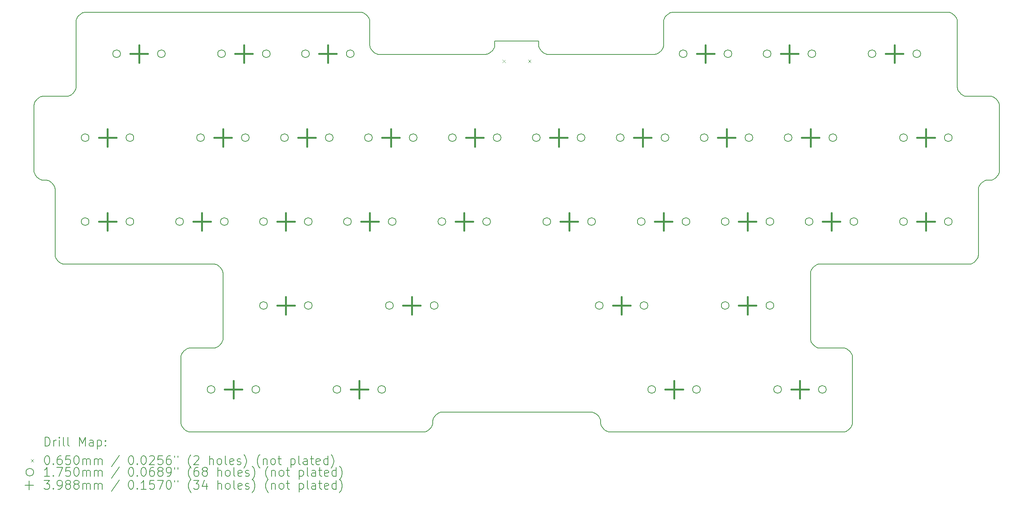
<source format=gbr>
%TF.GenerationSoftware,KiCad,Pcbnew,6.0.8-1.fc36*%
%TF.CreationDate,2022-10-15T08:34:22+02:00*%
%TF.ProjectId,klacker_small,6b6c6163-6b65-4725-9f73-6d616c6c2e6b,rev?*%
%TF.SameCoordinates,Original*%
%TF.FileFunction,Drillmap*%
%TF.FilePolarity,Positive*%
%FSLAX45Y45*%
G04 Gerber Fmt 4.5, Leading zero omitted, Abs format (unit mm)*
G04 Created by KiCad (PCBNEW 6.0.8-1.fc36) date 2022-10-15 08:34:22*
%MOMM*%
%LPD*%
G01*
G04 APERTURE LIST*
%ADD10C,0.200000*%
%ADD11C,0.065000*%
%ADD12C,0.175000*%
%ADD13C,0.398780*%
G04 APERTURE END LIST*
D10*
X19534057Y-9378335D02*
X19542091Y-9397414D01*
X19552650Y-9416702D01*
X19563998Y-9433749D01*
X19573635Y-9446327D01*
X2540615Y-7624893D02*
X2521536Y-7616859D01*
X2502248Y-7606300D01*
X2485201Y-7594952D01*
X2472623Y-7585315D01*
X20474240Y-9707438D02*
X20478154Y-9727205D01*
X20478750Y-9737700D01*
X1996373Y-5680315D02*
X1980268Y-5666260D01*
X1965218Y-5651121D01*
X1951407Y-5635115D01*
X1939021Y-5618461D01*
X1928242Y-5601374D01*
X1925039Y-5595621D01*
X23642762Y-5723190D02*
X23622995Y-5727104D01*
X23612500Y-5727700D01*
X6186740Y-9367962D02*
X6190654Y-9348195D01*
X6191250Y-9337700D01*
X2657500Y-3822700D02*
X2678284Y-3820481D01*
X2698135Y-3814893D01*
X9520490Y-2087438D02*
X9524404Y-2107205D01*
X9525000Y-2117700D01*
X14923115Y-11434893D02*
X14904035Y-11426859D01*
X14884748Y-11416300D01*
X14867701Y-11404952D01*
X14855123Y-11395315D01*
X1905000Y-4022700D02*
X1907219Y-4001916D01*
X1912807Y-3982065D01*
X5243260Y-11272962D02*
X5239346Y-11253195D01*
X5238750Y-11242700D01*
X14716365Y-11086573D02*
X14702310Y-11070468D01*
X14687171Y-11055418D01*
X14671165Y-11041607D01*
X14654511Y-11029221D01*
X14637424Y-11018442D01*
X14631671Y-11015239D01*
X5438750Y-11442700D02*
X10753750Y-11442700D01*
X16192500Y-2117700D02*
X16192500Y-2670200D01*
X5238750Y-9737700D02*
X5238750Y-11242700D01*
X14783789Y-11310621D02*
X14774980Y-11292194D01*
X14768260Y-11272962D01*
X23356289Y-5859779D02*
X23347480Y-5878205D01*
X23340760Y-5897438D01*
X6099877Y-9490315D02*
X6115982Y-9476260D01*
X6131032Y-9461121D01*
X6144843Y-9445116D01*
X6157229Y-9428461D01*
X6168008Y-9411374D01*
X6171211Y-9405621D01*
X6021512Y-7637210D02*
X6001745Y-7633296D01*
X5991250Y-7632700D01*
X20478750Y-11242700D02*
X20478750Y-9737700D01*
X11045123Y-11042585D02*
X11029018Y-11056640D01*
X11013968Y-11071779D01*
X11000157Y-11087784D01*
X10987771Y-11104439D01*
X10976992Y-11121526D01*
X10973789Y-11127279D01*
X23495615Y-5735507D02*
X23476535Y-5743540D01*
X23457248Y-5754099D01*
X23440201Y-5765448D01*
X23427623Y-5775085D01*
X23680421Y-5707661D02*
X23661994Y-5716470D01*
X23642762Y-5723190D01*
X22660000Y-1917700D02*
X16392500Y-1917700D01*
X19726250Y-7632700D02*
X19705466Y-7634919D01*
X19685615Y-7640507D01*
X20278750Y-9537700D02*
X19726250Y-9537700D01*
X16172461Y-2738121D02*
X16181270Y-2719695D01*
X16187990Y-2700462D01*
X6171211Y-9405621D02*
X6180020Y-9387195D01*
X6186740Y-9367962D01*
X1905000Y-4022700D02*
X1905000Y-5527700D01*
X2373443Y-5887065D02*
X2365409Y-5867985D01*
X2354850Y-5848698D01*
X2343502Y-5831651D01*
X2333865Y-5819073D01*
X3027238Y-1922210D02*
X3047005Y-1918296D01*
X3057500Y-1917700D01*
X14594012Y-10999710D02*
X14574245Y-10995796D01*
X14563750Y-10995200D01*
X19526250Y-9337700D02*
X19526250Y-7832700D01*
X2766127Y-3775315D02*
X2782232Y-3761260D01*
X2797282Y-3746121D01*
X2811093Y-3730115D01*
X2823479Y-3713461D01*
X2834258Y-3696374D01*
X2837461Y-3690621D01*
X1912807Y-3982065D02*
X1920840Y-3962985D01*
X1931399Y-3943698D01*
X1942748Y-3926651D01*
X1952385Y-3914073D01*
X23336250Y-7432700D02*
X23334031Y-7453484D01*
X23328443Y-7473335D01*
X23029738Y-3818190D02*
X23049505Y-3822104D01*
X23060000Y-3822700D01*
X23427623Y-5775085D02*
X23411518Y-5789139D01*
X23396468Y-5804279D01*
X23382657Y-5820284D01*
X23370271Y-5836939D01*
X23359492Y-5854026D01*
X23356289Y-5859779D01*
X10945943Y-11283335D02*
X10937909Y-11302414D01*
X10927350Y-11321701D01*
X10916002Y-11338749D01*
X10906365Y-11351327D01*
X19726250Y-7632700D02*
X23136250Y-7632700D01*
X9365635Y-1925507D02*
X9384714Y-1933540D01*
X9404002Y-1944099D01*
X9421049Y-1955448D01*
X9433627Y-1965085D01*
X12358750Y-2570200D02*
X12358750Y-2670200D01*
X5991250Y-9537700D02*
X6012034Y-9535481D01*
X6031885Y-9529893D01*
X23807990Y-3992438D02*
X23811904Y-4012205D01*
X23812500Y-4022700D01*
X16192500Y-2117700D02*
X16194719Y-2096916D01*
X16200307Y-2077065D01*
X2037079Y-3842739D02*
X2055505Y-3833930D01*
X2074738Y-3827210D01*
X14963750Y-11442700D02*
X14942966Y-11440481D01*
X14923115Y-11434893D01*
X13358750Y-2670200D02*
X13358750Y-2570200D01*
X22855490Y-2087438D02*
X22859404Y-2107205D01*
X22860000Y-2117700D01*
X22992079Y-3802661D02*
X23010505Y-3811470D01*
X23029738Y-3818190D01*
X23328443Y-7473335D02*
X23320409Y-7492414D01*
X23309850Y-7511701D01*
X23298502Y-7528749D01*
X23288865Y-7541327D01*
X16362238Y-1922210D02*
X16382005Y-1918296D01*
X16392500Y-1917700D01*
X5238750Y-9737700D02*
X5240969Y-9716916D01*
X5246557Y-9697065D01*
X2211512Y-5732210D02*
X2191745Y-5728296D01*
X2181250Y-5727700D01*
X22867807Y-3663335D02*
X22875840Y-3682414D01*
X22886399Y-3701701D01*
X22897748Y-3718749D01*
X22907385Y-3731327D01*
X23204171Y-7612661D02*
X23185744Y-7621470D01*
X23166512Y-7628190D01*
X11153750Y-10995200D02*
X14563750Y-10995200D01*
X22907385Y-3731327D02*
X22921439Y-3747432D01*
X22936579Y-3762482D01*
X22952584Y-3776293D01*
X22969239Y-3788679D01*
X22986326Y-3799458D01*
X22992079Y-3802661D01*
X9525000Y-2670200D02*
X9525000Y-2117700D01*
X10821671Y-11422661D02*
X10803245Y-11431470D01*
X10784012Y-11438190D01*
X2904885Y-2009073D02*
X2918939Y-1992968D01*
X2934079Y-1977918D01*
X2950084Y-1964107D01*
X2966739Y-1951721D01*
X2983826Y-1940942D01*
X2989579Y-1937739D01*
X23536250Y-5727700D02*
X23515466Y-5729919D01*
X23495615Y-5735507D01*
X5246557Y-9697065D02*
X5254591Y-9677986D01*
X5265150Y-9658698D01*
X5276498Y-9641651D01*
X5286135Y-9629073D01*
X2989579Y-1937739D02*
X3008005Y-1928930D01*
X3027238Y-1922210D01*
X20346671Y-11422661D02*
X20328245Y-11431470D01*
X20309012Y-11438190D01*
X20309012Y-11438190D02*
X20289245Y-11442104D01*
X20278750Y-11442700D01*
X23765115Y-5636327D02*
X23751060Y-5652432D01*
X23735921Y-5667482D01*
X23719915Y-5681293D01*
X23703261Y-5693679D01*
X23686174Y-5704458D01*
X23680421Y-5707661D01*
X19617623Y-7680085D02*
X19601518Y-7694139D01*
X19586468Y-7709279D01*
X19572657Y-7725284D01*
X19560271Y-7741939D01*
X19549492Y-7759026D01*
X19546289Y-7764779D01*
X23792461Y-3954779D02*
X23801270Y-3973205D01*
X23807990Y-3992438D01*
X2064365Y-5719893D02*
X2045285Y-5711859D01*
X2025998Y-5701300D01*
X2008951Y-5689952D01*
X1996373Y-5680315D01*
X5286135Y-9629073D02*
X5300190Y-9612968D01*
X5315329Y-9597918D01*
X5331334Y-9584107D01*
X5347989Y-9571721D01*
X5365076Y-9560942D01*
X5370829Y-9557739D01*
X2385760Y-7462962D02*
X2381846Y-7443195D01*
X2381250Y-7432700D01*
X9325000Y-1917700D02*
X3057500Y-1917700D01*
X16200307Y-2077065D02*
X16208340Y-2057985D01*
X16218899Y-2038698D01*
X16230248Y-2021651D01*
X16239885Y-2009073D01*
X14768260Y-11272962D02*
X14764346Y-11253195D01*
X14763750Y-11242700D01*
X20470943Y-11283335D02*
X20462909Y-11302414D01*
X20452350Y-11321701D01*
X20441002Y-11338749D01*
X20431365Y-11351327D01*
X14855123Y-11395315D02*
X14839018Y-11381260D01*
X14823968Y-11366121D01*
X14810157Y-11350115D01*
X14797771Y-11333461D01*
X14786992Y-11316374D01*
X14783789Y-11310621D01*
X16033135Y-2862393D02*
X16052214Y-2854359D01*
X16071501Y-2843800D01*
X16088549Y-2832452D01*
X16101127Y-2822815D01*
X12158750Y-2870200D02*
X12179534Y-2867981D01*
X12199385Y-2862393D01*
X10784012Y-11438190D02*
X10764245Y-11442104D01*
X10753750Y-11442700D01*
X20458711Y-9669779D02*
X20467520Y-9688205D01*
X20474240Y-9707438D01*
X10906365Y-11351327D02*
X10892310Y-11367432D01*
X10877171Y-11382482D01*
X10861166Y-11396293D01*
X10844511Y-11408679D01*
X10827424Y-11419458D01*
X10821671Y-11422661D01*
X14755943Y-11154565D02*
X14747909Y-11135486D01*
X14737350Y-11116198D01*
X14726002Y-11099151D01*
X14716365Y-11086573D01*
X23721127Y-3870085D02*
X23737232Y-3884139D01*
X23752282Y-3899279D01*
X23766093Y-3915284D01*
X23778479Y-3931939D01*
X23789258Y-3949026D01*
X23792461Y-3954779D01*
X19573635Y-9446327D02*
X19587690Y-9462432D01*
X19602829Y-9477482D01*
X19618834Y-9491293D01*
X19635489Y-9503679D01*
X19652576Y-9514458D01*
X19658329Y-9517661D01*
X9433627Y-1965085D02*
X9449732Y-1979139D01*
X9464782Y-1994279D01*
X9478593Y-2010284D01*
X9490979Y-2026939D01*
X9501758Y-2044026D01*
X9504961Y-2049779D01*
X23653135Y-3830507D02*
X23672214Y-3838540D01*
X23691501Y-3849099D01*
X23708549Y-3860448D01*
X23721127Y-3870085D01*
X5398115Y-11434893D02*
X5379036Y-11426859D01*
X5359748Y-11416300D01*
X5342701Y-11404952D01*
X5330123Y-11395315D01*
X2472623Y-7585315D02*
X2456518Y-7571260D01*
X2441468Y-7556121D01*
X2427657Y-7540115D01*
X2415271Y-7523461D01*
X2404492Y-7506374D01*
X2401289Y-7500621D01*
X9532807Y-2710835D02*
X9540841Y-2729914D01*
X9551400Y-2749202D01*
X9562748Y-2766249D01*
X9572385Y-2778827D01*
X23536250Y-5727700D02*
X23612500Y-5727700D01*
X6191250Y-7832700D02*
X6189031Y-7811916D01*
X6183443Y-7792065D01*
X5330123Y-11395315D02*
X5314018Y-11381260D01*
X5298968Y-11366121D01*
X5285157Y-11350115D01*
X5272771Y-11333461D01*
X5261992Y-11316374D01*
X5258789Y-11310621D01*
X10953750Y-11242700D02*
X10951531Y-11263484D01*
X10945943Y-11283335D01*
X23612500Y-3822700D02*
X23060000Y-3822700D01*
X2857500Y-2117700D02*
X2857500Y-3622700D01*
X23340760Y-5897438D02*
X23336846Y-5917205D01*
X23336250Y-5927700D01*
X15992500Y-2870200D02*
X16013284Y-2867981D01*
X16033135Y-2862393D01*
X16324579Y-1937739D02*
X16343005Y-1928930D01*
X16362238Y-1922210D01*
X6183443Y-7792065D02*
X6175409Y-7772985D01*
X6164850Y-7753698D01*
X6153502Y-7736651D01*
X6143865Y-7724073D01*
X10953750Y-11242700D02*
X10953750Y-11195200D01*
X6191250Y-7832700D02*
X6191250Y-9337700D01*
X10973789Y-11127279D02*
X10964980Y-11145705D01*
X10958260Y-11164938D01*
X1952385Y-3914073D02*
X1966439Y-3897968D01*
X1981579Y-3882918D01*
X1997584Y-3869107D01*
X2014239Y-3856721D01*
X2031326Y-3845942D01*
X2037079Y-3842739D01*
X13406135Y-2778827D02*
X13420189Y-2794932D01*
X13435329Y-2809982D01*
X13451334Y-2823793D01*
X13467989Y-2836179D01*
X13485076Y-2846958D01*
X13490829Y-2850161D01*
X2381250Y-5927700D02*
X2381250Y-7432700D01*
X23804693Y-5568335D02*
X23796659Y-5587414D01*
X23786100Y-5606701D01*
X23774752Y-5623749D01*
X23765115Y-5636327D01*
X20278750Y-9537700D02*
X20299534Y-9539919D01*
X20319385Y-9545507D01*
X11113115Y-11003007D02*
X11094036Y-11011041D01*
X11074748Y-11021600D01*
X11057701Y-11032948D01*
X11045123Y-11042585D01*
X23336250Y-7432700D02*
X23336250Y-5927700D01*
X2333865Y-5819073D02*
X2319810Y-5802968D01*
X2304671Y-5787918D01*
X2288666Y-5774107D01*
X2272011Y-5761721D01*
X2254924Y-5750942D01*
X2249171Y-5747739D01*
X5370829Y-9557739D02*
X5389255Y-9548930D01*
X5408488Y-9542210D01*
X19530760Y-7802438D02*
X19526846Y-7822205D01*
X19526250Y-7832700D01*
X19526250Y-9337700D02*
X19528469Y-9358484D01*
X19534057Y-9378335D01*
X19658329Y-9517661D02*
X19676755Y-9526470D01*
X19695988Y-9533190D01*
X5408488Y-9542210D02*
X5428255Y-9538296D01*
X5438750Y-9537700D01*
X2657500Y-3822700D02*
X2105000Y-3822700D01*
X1925039Y-5595621D02*
X1916230Y-5577195D01*
X1909510Y-5557962D01*
X11153750Y-10995200D02*
X11132966Y-10997419D01*
X11113115Y-11003007D01*
X5438750Y-11442700D02*
X5417966Y-11440481D01*
X5398115Y-11434893D01*
X2381250Y-5927700D02*
X2379031Y-5906916D01*
X2373443Y-5887065D01*
X23166512Y-7628190D02*
X23146745Y-7632104D01*
X23136250Y-7632700D01*
X6143865Y-7724073D02*
X6129810Y-7707968D01*
X6114671Y-7692918D01*
X6098665Y-7679107D01*
X6082011Y-7666721D01*
X6064924Y-7655942D01*
X6059171Y-7652739D01*
X13358750Y-2570200D02*
X12358750Y-2570200D01*
X2105000Y-5727700D02*
X2084216Y-5725481D01*
X2064365Y-5719893D01*
X22768627Y-1965085D02*
X22784732Y-1979139D01*
X22799782Y-1994279D01*
X22813593Y-2010284D01*
X22825979Y-2026939D01*
X22836758Y-2044026D01*
X22839961Y-2049779D01*
X19685615Y-7640507D02*
X19666536Y-7648540D01*
X19647248Y-7659099D01*
X19630201Y-7670448D01*
X19617623Y-7680085D01*
X2074738Y-3827210D02*
X2094505Y-3823296D01*
X2105000Y-3822700D01*
X19695988Y-9533190D02*
X19715755Y-9537104D01*
X19726250Y-9537700D01*
X20319385Y-9545507D02*
X20338464Y-9553541D01*
X20357752Y-9564100D01*
X20374799Y-9575448D01*
X20387377Y-9585085D01*
X13528488Y-2865690D02*
X13548255Y-2869604D01*
X13558750Y-2870200D01*
X9657079Y-2850161D02*
X9675505Y-2858970D01*
X9694738Y-2865690D01*
X2698135Y-3814893D02*
X2717214Y-3806859D01*
X2736502Y-3796300D01*
X2753549Y-3784952D01*
X2766127Y-3775315D01*
X12199385Y-2862393D02*
X12218464Y-2854359D01*
X12237751Y-2843800D01*
X12254799Y-2832452D01*
X12267377Y-2822815D01*
X9694738Y-2865690D02*
X9714505Y-2869604D01*
X9725000Y-2870200D01*
X23812500Y-5527700D02*
X23810281Y-5548484D01*
X23804693Y-5568335D01*
X22700635Y-1925507D02*
X22719714Y-1933540D01*
X22739001Y-1944099D01*
X22756049Y-1955448D01*
X22768627Y-1965085D01*
X13490829Y-2850161D02*
X13509255Y-2858970D01*
X13528488Y-2865690D01*
X2857500Y-2117700D02*
X2859719Y-2096916D01*
X2865307Y-2077065D01*
X23288865Y-7541327D02*
X23274810Y-7557432D01*
X23259671Y-7572482D01*
X23243665Y-7586293D01*
X23227011Y-7598679D01*
X23209924Y-7609458D01*
X23204171Y-7612661D01*
X2865307Y-2077065D02*
X2873340Y-2057985D01*
X2883899Y-2038698D01*
X2895248Y-2021651D01*
X2904885Y-2009073D01*
X1909510Y-5557962D02*
X1905596Y-5538195D01*
X1905000Y-5527700D01*
X15992500Y-2870200D02*
X13558750Y-2870200D01*
X9525000Y-2670200D02*
X9527219Y-2690984D01*
X9532807Y-2710835D01*
X2249171Y-5747739D02*
X2230745Y-5738930D01*
X2211512Y-5732210D01*
X2852990Y-3652962D02*
X2856904Y-3633195D01*
X2857500Y-3622700D01*
X22860000Y-3622700D02*
X22860000Y-2117700D01*
X14763750Y-11195200D02*
X14761531Y-11174416D01*
X14755943Y-11154565D01*
X23812500Y-5527700D02*
X23812500Y-4022700D01*
X14631671Y-11015239D02*
X14613244Y-11006430D01*
X14594012Y-10999710D01*
X14963750Y-11442700D02*
X20278750Y-11442700D01*
X5258789Y-11310621D02*
X5249980Y-11292194D01*
X5243260Y-11272962D01*
X2837461Y-3690621D02*
X2846270Y-3672194D01*
X2852990Y-3652962D01*
X16101127Y-2822815D02*
X16117232Y-2808760D01*
X16132282Y-2793621D01*
X16146093Y-2777616D01*
X16158479Y-2760961D01*
X16169258Y-2743874D01*
X16172461Y-2738121D01*
X6031885Y-9529893D02*
X6050964Y-9521859D01*
X6070251Y-9511300D01*
X6087299Y-9499952D01*
X6099877Y-9490315D01*
X2105000Y-5727700D02*
X2181250Y-5727700D01*
X13366557Y-2710835D02*
X13374590Y-2729914D01*
X13385149Y-2749202D01*
X13396498Y-2766249D01*
X13406135Y-2778827D01*
X20387377Y-9585085D02*
X20403482Y-9599140D01*
X20418532Y-9614279D01*
X20432343Y-9630284D01*
X20444729Y-9646939D01*
X20455508Y-9664026D01*
X20458711Y-9669779D01*
X2581250Y-7632700D02*
X2560466Y-7630481D01*
X2540615Y-7624893D01*
X12158750Y-2870200D02*
X9725000Y-2870200D01*
X9325000Y-1917700D02*
X9345784Y-1919919D01*
X9365635Y-1925507D01*
X10958260Y-11164938D02*
X10954346Y-11184705D01*
X10953750Y-11195200D01*
X5991250Y-9537700D02*
X5438750Y-9537700D01*
X9504961Y-2049779D02*
X9513770Y-2068205D01*
X9520490Y-2087438D01*
X14763750Y-11195200D02*
X14763750Y-11242700D01*
X16239885Y-2009073D02*
X16253939Y-1992968D01*
X16269079Y-1977918D01*
X16285084Y-1964107D01*
X16301739Y-1951721D01*
X16318826Y-1940942D01*
X16324579Y-1937739D01*
X12338711Y-2738121D02*
X12347520Y-2719695D01*
X12354240Y-2700462D01*
X9572385Y-2778827D02*
X9586440Y-2794932D01*
X9601579Y-2809982D01*
X9617584Y-2823793D01*
X9634239Y-2836179D01*
X9651326Y-2846958D01*
X9657079Y-2850161D01*
X19546289Y-7764779D02*
X19537480Y-7783205D01*
X19530760Y-7802438D01*
X13358750Y-2670200D02*
X13360969Y-2690984D01*
X13366557Y-2710835D01*
X2401289Y-7500621D02*
X2392480Y-7482194D01*
X2385760Y-7462962D01*
X22860000Y-3622700D02*
X22862219Y-3643484D01*
X22867807Y-3663335D01*
X20478750Y-11242700D02*
X20476531Y-11263484D01*
X20470943Y-11283335D01*
X16187990Y-2700462D02*
X16191904Y-2680695D01*
X16192500Y-2670200D01*
X20431365Y-11351327D02*
X20417310Y-11367432D01*
X20402171Y-11382482D01*
X20386166Y-11396293D01*
X20369511Y-11408679D01*
X20352424Y-11419458D01*
X20346671Y-11422661D01*
X22839961Y-2049779D02*
X22848770Y-2068205D01*
X22855490Y-2087438D01*
X12267377Y-2822815D02*
X12283482Y-2808760D01*
X12298532Y-2793621D01*
X12312343Y-2777616D01*
X12324729Y-2760961D01*
X12335508Y-2743874D01*
X12338711Y-2738121D01*
X22660000Y-1917700D02*
X22680784Y-1919919D01*
X22700635Y-1925507D01*
X2581250Y-7632700D02*
X5991250Y-7632700D01*
X12354240Y-2700462D02*
X12358154Y-2680695D01*
X12358750Y-2670200D01*
X23612500Y-3822700D02*
X23633284Y-3824919D01*
X23653135Y-3830507D01*
X6059171Y-7652739D02*
X6040744Y-7643930D01*
X6021512Y-7637210D01*
D11*
X12539500Y-2994250D02*
X12604500Y-3059250D01*
X12604500Y-2994250D02*
X12539500Y-3059250D01*
X13117500Y-2994250D02*
X13182500Y-3059250D01*
X13182500Y-2994250D02*
X13117500Y-3059250D01*
D12*
X3151375Y-4762500D02*
G75*
G03*
X3151375Y-4762500I-87500J0D01*
G01*
X3151375Y-6667500D02*
G75*
G03*
X3151375Y-6667500I-87500J0D01*
G01*
X3865750Y-2857500D02*
G75*
G03*
X3865750Y-2857500I-87500J0D01*
G01*
X4167375Y-4762500D02*
G75*
G03*
X4167375Y-4762500I-87500J0D01*
G01*
X4167375Y-6667500D02*
G75*
G03*
X4167375Y-6667500I-87500J0D01*
G01*
X4881750Y-2857500D02*
G75*
G03*
X4881750Y-2857500I-87500J0D01*
G01*
X5294500Y-6667500D02*
G75*
G03*
X5294500Y-6667500I-87500J0D01*
G01*
X5770750Y-4762500D02*
G75*
G03*
X5770750Y-4762500I-87500J0D01*
G01*
X6008900Y-10477500D02*
G75*
G03*
X6008900Y-10477500I-87500J0D01*
G01*
X6247000Y-2857500D02*
G75*
G03*
X6247000Y-2857500I-87500J0D01*
G01*
X6310500Y-6667500D02*
G75*
G03*
X6310500Y-6667500I-87500J0D01*
G01*
X6786750Y-4762500D02*
G75*
G03*
X6786750Y-4762500I-87500J0D01*
G01*
X7024900Y-10477500D02*
G75*
G03*
X7024900Y-10477500I-87500J0D01*
G01*
X7199500Y-6667500D02*
G75*
G03*
X7199500Y-6667500I-87500J0D01*
G01*
X7199500Y-8572500D02*
G75*
G03*
X7199500Y-8572500I-87500J0D01*
G01*
X7263000Y-2857500D02*
G75*
G03*
X7263000Y-2857500I-87500J0D01*
G01*
X7675750Y-4762500D02*
G75*
G03*
X7675750Y-4762500I-87500J0D01*
G01*
X8152000Y-2857500D02*
G75*
G03*
X8152000Y-2857500I-87500J0D01*
G01*
X8215500Y-6667500D02*
G75*
G03*
X8215500Y-6667500I-87500J0D01*
G01*
X8215500Y-8572500D02*
G75*
G03*
X8215500Y-8572500I-87500J0D01*
G01*
X8691750Y-4762500D02*
G75*
G03*
X8691750Y-4762500I-87500J0D01*
G01*
X8866400Y-10477500D02*
G75*
G03*
X8866400Y-10477500I-87500J0D01*
G01*
X9104500Y-6667500D02*
G75*
G03*
X9104500Y-6667500I-87500J0D01*
G01*
X9168000Y-2857500D02*
G75*
G03*
X9168000Y-2857500I-87500J0D01*
G01*
X9580750Y-4762500D02*
G75*
G03*
X9580750Y-4762500I-87500J0D01*
G01*
X9882400Y-10477500D02*
G75*
G03*
X9882400Y-10477500I-87500J0D01*
G01*
X10057000Y-8572500D02*
G75*
G03*
X10057000Y-8572500I-87500J0D01*
G01*
X10120500Y-6667500D02*
G75*
G03*
X10120500Y-6667500I-87500J0D01*
G01*
X10596750Y-4762500D02*
G75*
G03*
X10596750Y-4762500I-87500J0D01*
G01*
X11073000Y-8572500D02*
G75*
G03*
X11073000Y-8572500I-87500J0D01*
G01*
X11247625Y-6667500D02*
G75*
G03*
X11247625Y-6667500I-87500J0D01*
G01*
X11485750Y-4762500D02*
G75*
G03*
X11485750Y-4762500I-87500J0D01*
G01*
X12263625Y-6667500D02*
G75*
G03*
X12263625Y-6667500I-87500J0D01*
G01*
X12501750Y-4762500D02*
G75*
G03*
X12501750Y-4762500I-87500J0D01*
G01*
X13390750Y-4762500D02*
G75*
G03*
X13390750Y-4762500I-87500J0D01*
G01*
X13628875Y-6667500D02*
G75*
G03*
X13628875Y-6667500I-87500J0D01*
G01*
X14406750Y-4762500D02*
G75*
G03*
X14406750Y-4762500I-87500J0D01*
G01*
X14644875Y-6667500D02*
G75*
G03*
X14644875Y-6667500I-87500J0D01*
G01*
X14819500Y-8572500D02*
G75*
G03*
X14819500Y-8572500I-87500J0D01*
G01*
X15295750Y-4762500D02*
G75*
G03*
X15295750Y-4762500I-87500J0D01*
G01*
X15772000Y-6667500D02*
G75*
G03*
X15772000Y-6667500I-87500J0D01*
G01*
X15835500Y-8572500D02*
G75*
G03*
X15835500Y-8572500I-87500J0D01*
G01*
X16010100Y-10477500D02*
G75*
G03*
X16010100Y-10477500I-87500J0D01*
G01*
X16311750Y-4762500D02*
G75*
G03*
X16311750Y-4762500I-87500J0D01*
G01*
X16724500Y-2857500D02*
G75*
G03*
X16724500Y-2857500I-87500J0D01*
G01*
X16788000Y-6667500D02*
G75*
G03*
X16788000Y-6667500I-87500J0D01*
G01*
X17026100Y-10477500D02*
G75*
G03*
X17026100Y-10477500I-87500J0D01*
G01*
X17200750Y-4762500D02*
G75*
G03*
X17200750Y-4762500I-87500J0D01*
G01*
X17677000Y-6667500D02*
G75*
G03*
X17677000Y-6667500I-87500J0D01*
G01*
X17677000Y-8572500D02*
G75*
G03*
X17677000Y-8572500I-87500J0D01*
G01*
X17740500Y-2857500D02*
G75*
G03*
X17740500Y-2857500I-87500J0D01*
G01*
X18216750Y-4762500D02*
G75*
G03*
X18216750Y-4762500I-87500J0D01*
G01*
X18629500Y-2857500D02*
G75*
G03*
X18629500Y-2857500I-87500J0D01*
G01*
X18693000Y-6667500D02*
G75*
G03*
X18693000Y-6667500I-87500J0D01*
G01*
X18693000Y-8572500D02*
G75*
G03*
X18693000Y-8572500I-87500J0D01*
G01*
X18867600Y-10477500D02*
G75*
G03*
X18867600Y-10477500I-87500J0D01*
G01*
X19105750Y-4762500D02*
G75*
G03*
X19105750Y-4762500I-87500J0D01*
G01*
X19582000Y-6667500D02*
G75*
G03*
X19582000Y-6667500I-87500J0D01*
G01*
X19645500Y-2857500D02*
G75*
G03*
X19645500Y-2857500I-87500J0D01*
G01*
X19883600Y-10477500D02*
G75*
G03*
X19883600Y-10477500I-87500J0D01*
G01*
X20121750Y-4762500D02*
G75*
G03*
X20121750Y-4762500I-87500J0D01*
G01*
X20598000Y-6667500D02*
G75*
G03*
X20598000Y-6667500I-87500J0D01*
G01*
X21010750Y-2857500D02*
G75*
G03*
X21010750Y-2857500I-87500J0D01*
G01*
X21725125Y-4762500D02*
G75*
G03*
X21725125Y-4762500I-87500J0D01*
G01*
X21725125Y-6667500D02*
G75*
G03*
X21725125Y-6667500I-87500J0D01*
G01*
X22026750Y-2857500D02*
G75*
G03*
X22026750Y-2857500I-87500J0D01*
G01*
X22741125Y-4762500D02*
G75*
G03*
X22741125Y-4762500I-87500J0D01*
G01*
X22741125Y-6667500D02*
G75*
G03*
X22741125Y-6667500I-87500J0D01*
G01*
D13*
X3571875Y-4563110D02*
X3571875Y-4961890D01*
X3372485Y-4762500D02*
X3771265Y-4762500D01*
X3571875Y-6468110D02*
X3571875Y-6866890D01*
X3372485Y-6667500D02*
X3771265Y-6667500D01*
X4286250Y-2658110D02*
X4286250Y-3056890D01*
X4086860Y-2857500D02*
X4485640Y-2857500D01*
X5715000Y-6468110D02*
X5715000Y-6866890D01*
X5515610Y-6667500D02*
X5914390Y-6667500D01*
X6191250Y-4563110D02*
X6191250Y-4961890D01*
X5991860Y-4762500D02*
X6390640Y-4762500D01*
X6429400Y-10278110D02*
X6429400Y-10676890D01*
X6230010Y-10477500D02*
X6628790Y-10477500D01*
X6667500Y-2658110D02*
X6667500Y-3056890D01*
X6468110Y-2857500D02*
X6866890Y-2857500D01*
X7620000Y-6468110D02*
X7620000Y-6866890D01*
X7420610Y-6667500D02*
X7819390Y-6667500D01*
X7620000Y-8373110D02*
X7620000Y-8771890D01*
X7420610Y-8572500D02*
X7819390Y-8572500D01*
X8096250Y-4563110D02*
X8096250Y-4961890D01*
X7896860Y-4762500D02*
X8295640Y-4762500D01*
X8572500Y-2658110D02*
X8572500Y-3056890D01*
X8373110Y-2857500D02*
X8771890Y-2857500D01*
X9286900Y-10278110D02*
X9286900Y-10676890D01*
X9087510Y-10477500D02*
X9486290Y-10477500D01*
X9525000Y-6468110D02*
X9525000Y-6866890D01*
X9325610Y-6667500D02*
X9724390Y-6667500D01*
X10001250Y-4563110D02*
X10001250Y-4961890D01*
X9801860Y-4762500D02*
X10200640Y-4762500D01*
X10477500Y-8373110D02*
X10477500Y-8771890D01*
X10278110Y-8572500D02*
X10676890Y-8572500D01*
X11668125Y-6468110D02*
X11668125Y-6866890D01*
X11468735Y-6667500D02*
X11867515Y-6667500D01*
X11906250Y-4563110D02*
X11906250Y-4961890D01*
X11706860Y-4762500D02*
X12105640Y-4762500D01*
X13811250Y-4563110D02*
X13811250Y-4961890D01*
X13611860Y-4762500D02*
X14010640Y-4762500D01*
X14049375Y-6468110D02*
X14049375Y-6866890D01*
X13849985Y-6667500D02*
X14248765Y-6667500D01*
X15240000Y-8373110D02*
X15240000Y-8771890D01*
X15040610Y-8572500D02*
X15439390Y-8572500D01*
X15716250Y-4563110D02*
X15716250Y-4961890D01*
X15516860Y-4762500D02*
X15915640Y-4762500D01*
X16192500Y-6468110D02*
X16192500Y-6866890D01*
X15993110Y-6667500D02*
X16391890Y-6667500D01*
X16430600Y-10278110D02*
X16430600Y-10676890D01*
X16231210Y-10477500D02*
X16629990Y-10477500D01*
X17145000Y-2658110D02*
X17145000Y-3056890D01*
X16945610Y-2857500D02*
X17344390Y-2857500D01*
X17621250Y-4563110D02*
X17621250Y-4961890D01*
X17421860Y-4762500D02*
X17820640Y-4762500D01*
X18097500Y-6468110D02*
X18097500Y-6866890D01*
X17898110Y-6667500D02*
X18296890Y-6667500D01*
X18097500Y-8373110D02*
X18097500Y-8771890D01*
X17898110Y-8572500D02*
X18296890Y-8572500D01*
X19050000Y-2658110D02*
X19050000Y-3056890D01*
X18850610Y-2857500D02*
X19249390Y-2857500D01*
X19288100Y-10278110D02*
X19288100Y-10676890D01*
X19088710Y-10477500D02*
X19487490Y-10477500D01*
X19526250Y-4563110D02*
X19526250Y-4961890D01*
X19326860Y-4762500D02*
X19725640Y-4762500D01*
X20002500Y-6468110D02*
X20002500Y-6866890D01*
X19803110Y-6667500D02*
X20201890Y-6667500D01*
X21431250Y-2658110D02*
X21431250Y-3056890D01*
X21231860Y-2857500D02*
X21630640Y-2857500D01*
X22145625Y-4563110D02*
X22145625Y-4961890D01*
X21946235Y-4762500D02*
X22345015Y-4762500D01*
X22145625Y-6468110D02*
X22145625Y-6866890D01*
X21946235Y-6667500D02*
X22345015Y-6667500D01*
D10*
X2152619Y-11763176D02*
X2152619Y-11563176D01*
X2200238Y-11563176D01*
X2228810Y-11572700D01*
X2247857Y-11591748D01*
X2257381Y-11610795D01*
X2266905Y-11648890D01*
X2266905Y-11677462D01*
X2257381Y-11715557D01*
X2247857Y-11734605D01*
X2228810Y-11753652D01*
X2200238Y-11763176D01*
X2152619Y-11763176D01*
X2352619Y-11763176D02*
X2352619Y-11629843D01*
X2352619Y-11667938D02*
X2362143Y-11648890D01*
X2371667Y-11639367D01*
X2390714Y-11629843D01*
X2409762Y-11629843D01*
X2476429Y-11763176D02*
X2476429Y-11629843D01*
X2476429Y-11563176D02*
X2466905Y-11572700D01*
X2476429Y-11582224D01*
X2485952Y-11572700D01*
X2476429Y-11563176D01*
X2476429Y-11582224D01*
X2600238Y-11763176D02*
X2581190Y-11753652D01*
X2571667Y-11734605D01*
X2571667Y-11563176D01*
X2705000Y-11763176D02*
X2685952Y-11753652D01*
X2676429Y-11734605D01*
X2676429Y-11563176D01*
X2933571Y-11763176D02*
X2933571Y-11563176D01*
X3000238Y-11706033D01*
X3066905Y-11563176D01*
X3066905Y-11763176D01*
X3247857Y-11763176D02*
X3247857Y-11658414D01*
X3238333Y-11639367D01*
X3219286Y-11629843D01*
X3181190Y-11629843D01*
X3162143Y-11639367D01*
X3247857Y-11753652D02*
X3228809Y-11763176D01*
X3181190Y-11763176D01*
X3162143Y-11753652D01*
X3152619Y-11734605D01*
X3152619Y-11715557D01*
X3162143Y-11696509D01*
X3181190Y-11686986D01*
X3228809Y-11686986D01*
X3247857Y-11677462D01*
X3343095Y-11629843D02*
X3343095Y-11829843D01*
X3343095Y-11639367D02*
X3362143Y-11629843D01*
X3400238Y-11629843D01*
X3419286Y-11639367D01*
X3428809Y-11648890D01*
X3438333Y-11667938D01*
X3438333Y-11725081D01*
X3428809Y-11744128D01*
X3419286Y-11753652D01*
X3400238Y-11763176D01*
X3362143Y-11763176D01*
X3343095Y-11753652D01*
X3524048Y-11744128D02*
X3533571Y-11753652D01*
X3524048Y-11763176D01*
X3514524Y-11753652D01*
X3524048Y-11744128D01*
X3524048Y-11763176D01*
X3524048Y-11639367D02*
X3533571Y-11648890D01*
X3524048Y-11658414D01*
X3514524Y-11648890D01*
X3524048Y-11639367D01*
X3524048Y-11658414D01*
D11*
X1830000Y-12060200D02*
X1895000Y-12125200D01*
X1895000Y-12060200D02*
X1830000Y-12125200D01*
D10*
X2190714Y-11983176D02*
X2209762Y-11983176D01*
X2228810Y-11992700D01*
X2238333Y-12002224D01*
X2247857Y-12021271D01*
X2257381Y-12059367D01*
X2257381Y-12106986D01*
X2247857Y-12145081D01*
X2238333Y-12164128D01*
X2228810Y-12173652D01*
X2209762Y-12183176D01*
X2190714Y-12183176D01*
X2171667Y-12173652D01*
X2162143Y-12164128D01*
X2152619Y-12145081D01*
X2143095Y-12106986D01*
X2143095Y-12059367D01*
X2152619Y-12021271D01*
X2162143Y-12002224D01*
X2171667Y-11992700D01*
X2190714Y-11983176D01*
X2343095Y-12164128D02*
X2352619Y-12173652D01*
X2343095Y-12183176D01*
X2333571Y-12173652D01*
X2343095Y-12164128D01*
X2343095Y-12183176D01*
X2524048Y-11983176D02*
X2485952Y-11983176D01*
X2466905Y-11992700D01*
X2457381Y-12002224D01*
X2438333Y-12030795D01*
X2428810Y-12068890D01*
X2428810Y-12145081D01*
X2438333Y-12164128D01*
X2447857Y-12173652D01*
X2466905Y-12183176D01*
X2505000Y-12183176D01*
X2524048Y-12173652D01*
X2533571Y-12164128D01*
X2543095Y-12145081D01*
X2543095Y-12097462D01*
X2533571Y-12078414D01*
X2524048Y-12068890D01*
X2505000Y-12059367D01*
X2466905Y-12059367D01*
X2447857Y-12068890D01*
X2438333Y-12078414D01*
X2428810Y-12097462D01*
X2724048Y-11983176D02*
X2628810Y-11983176D01*
X2619286Y-12078414D01*
X2628810Y-12068890D01*
X2647857Y-12059367D01*
X2695476Y-12059367D01*
X2714524Y-12068890D01*
X2724048Y-12078414D01*
X2733571Y-12097462D01*
X2733571Y-12145081D01*
X2724048Y-12164128D01*
X2714524Y-12173652D01*
X2695476Y-12183176D01*
X2647857Y-12183176D01*
X2628810Y-12173652D01*
X2619286Y-12164128D01*
X2857381Y-11983176D02*
X2876428Y-11983176D01*
X2895476Y-11992700D01*
X2905000Y-12002224D01*
X2914524Y-12021271D01*
X2924048Y-12059367D01*
X2924048Y-12106986D01*
X2914524Y-12145081D01*
X2905000Y-12164128D01*
X2895476Y-12173652D01*
X2876428Y-12183176D01*
X2857381Y-12183176D01*
X2838333Y-12173652D01*
X2828809Y-12164128D01*
X2819286Y-12145081D01*
X2809762Y-12106986D01*
X2809762Y-12059367D01*
X2819286Y-12021271D01*
X2828809Y-12002224D01*
X2838333Y-11992700D01*
X2857381Y-11983176D01*
X3009762Y-12183176D02*
X3009762Y-12049843D01*
X3009762Y-12068890D02*
X3019286Y-12059367D01*
X3038333Y-12049843D01*
X3066905Y-12049843D01*
X3085952Y-12059367D01*
X3095476Y-12078414D01*
X3095476Y-12183176D01*
X3095476Y-12078414D02*
X3105000Y-12059367D01*
X3124048Y-12049843D01*
X3152619Y-12049843D01*
X3171667Y-12059367D01*
X3181190Y-12078414D01*
X3181190Y-12183176D01*
X3276428Y-12183176D02*
X3276428Y-12049843D01*
X3276428Y-12068890D02*
X3285952Y-12059367D01*
X3305000Y-12049843D01*
X3333571Y-12049843D01*
X3352619Y-12059367D01*
X3362143Y-12078414D01*
X3362143Y-12183176D01*
X3362143Y-12078414D02*
X3371667Y-12059367D01*
X3390714Y-12049843D01*
X3419286Y-12049843D01*
X3438333Y-12059367D01*
X3447857Y-12078414D01*
X3447857Y-12183176D01*
X3838333Y-11973652D02*
X3666905Y-12230795D01*
X4095476Y-11983176D02*
X4114524Y-11983176D01*
X4133571Y-11992700D01*
X4143095Y-12002224D01*
X4152619Y-12021271D01*
X4162143Y-12059367D01*
X4162143Y-12106986D01*
X4152619Y-12145081D01*
X4143095Y-12164128D01*
X4133571Y-12173652D01*
X4114524Y-12183176D01*
X4095476Y-12183176D01*
X4076428Y-12173652D01*
X4066905Y-12164128D01*
X4057381Y-12145081D01*
X4047857Y-12106986D01*
X4047857Y-12059367D01*
X4057381Y-12021271D01*
X4066905Y-12002224D01*
X4076428Y-11992700D01*
X4095476Y-11983176D01*
X4247857Y-12164128D02*
X4257381Y-12173652D01*
X4247857Y-12183176D01*
X4238333Y-12173652D01*
X4247857Y-12164128D01*
X4247857Y-12183176D01*
X4381190Y-11983176D02*
X4400238Y-11983176D01*
X4419286Y-11992700D01*
X4428810Y-12002224D01*
X4438333Y-12021271D01*
X4447857Y-12059367D01*
X4447857Y-12106986D01*
X4438333Y-12145081D01*
X4428810Y-12164128D01*
X4419286Y-12173652D01*
X4400238Y-12183176D01*
X4381190Y-12183176D01*
X4362143Y-12173652D01*
X4352619Y-12164128D01*
X4343095Y-12145081D01*
X4333571Y-12106986D01*
X4333571Y-12059367D01*
X4343095Y-12021271D01*
X4352619Y-12002224D01*
X4362143Y-11992700D01*
X4381190Y-11983176D01*
X4524048Y-12002224D02*
X4533571Y-11992700D01*
X4552619Y-11983176D01*
X4600238Y-11983176D01*
X4619286Y-11992700D01*
X4628810Y-12002224D01*
X4638333Y-12021271D01*
X4638333Y-12040319D01*
X4628810Y-12068890D01*
X4514524Y-12183176D01*
X4638333Y-12183176D01*
X4819286Y-11983176D02*
X4724048Y-11983176D01*
X4714524Y-12078414D01*
X4724048Y-12068890D01*
X4743095Y-12059367D01*
X4790714Y-12059367D01*
X4809762Y-12068890D01*
X4819286Y-12078414D01*
X4828810Y-12097462D01*
X4828810Y-12145081D01*
X4819286Y-12164128D01*
X4809762Y-12173652D01*
X4790714Y-12183176D01*
X4743095Y-12183176D01*
X4724048Y-12173652D01*
X4714524Y-12164128D01*
X5000238Y-11983176D02*
X4962143Y-11983176D01*
X4943095Y-11992700D01*
X4933571Y-12002224D01*
X4914524Y-12030795D01*
X4905000Y-12068890D01*
X4905000Y-12145081D01*
X4914524Y-12164128D01*
X4924048Y-12173652D01*
X4943095Y-12183176D01*
X4981190Y-12183176D01*
X5000238Y-12173652D01*
X5009762Y-12164128D01*
X5019286Y-12145081D01*
X5019286Y-12097462D01*
X5009762Y-12078414D01*
X5000238Y-12068890D01*
X4981190Y-12059367D01*
X4943095Y-12059367D01*
X4924048Y-12068890D01*
X4914524Y-12078414D01*
X4905000Y-12097462D01*
X5095476Y-11983176D02*
X5095476Y-12021271D01*
X5171667Y-11983176D02*
X5171667Y-12021271D01*
X5466905Y-12259367D02*
X5457381Y-12249843D01*
X5438333Y-12221271D01*
X5428810Y-12202224D01*
X5419286Y-12173652D01*
X5409762Y-12126033D01*
X5409762Y-12087938D01*
X5419286Y-12040319D01*
X5428810Y-12011748D01*
X5438333Y-11992700D01*
X5457381Y-11964128D01*
X5466905Y-11954605D01*
X5533571Y-12002224D02*
X5543095Y-11992700D01*
X5562143Y-11983176D01*
X5609762Y-11983176D01*
X5628809Y-11992700D01*
X5638333Y-12002224D01*
X5647857Y-12021271D01*
X5647857Y-12040319D01*
X5638333Y-12068890D01*
X5524048Y-12183176D01*
X5647857Y-12183176D01*
X5885952Y-12183176D02*
X5885952Y-11983176D01*
X5971667Y-12183176D02*
X5971667Y-12078414D01*
X5962143Y-12059367D01*
X5943095Y-12049843D01*
X5914524Y-12049843D01*
X5895476Y-12059367D01*
X5885952Y-12068890D01*
X6095476Y-12183176D02*
X6076428Y-12173652D01*
X6066905Y-12164128D01*
X6057381Y-12145081D01*
X6057381Y-12087938D01*
X6066905Y-12068890D01*
X6076428Y-12059367D01*
X6095476Y-12049843D01*
X6124048Y-12049843D01*
X6143095Y-12059367D01*
X6152619Y-12068890D01*
X6162143Y-12087938D01*
X6162143Y-12145081D01*
X6152619Y-12164128D01*
X6143095Y-12173652D01*
X6124048Y-12183176D01*
X6095476Y-12183176D01*
X6276428Y-12183176D02*
X6257381Y-12173652D01*
X6247857Y-12154605D01*
X6247857Y-11983176D01*
X6428809Y-12173652D02*
X6409762Y-12183176D01*
X6371667Y-12183176D01*
X6352619Y-12173652D01*
X6343095Y-12154605D01*
X6343095Y-12078414D01*
X6352619Y-12059367D01*
X6371667Y-12049843D01*
X6409762Y-12049843D01*
X6428809Y-12059367D01*
X6438333Y-12078414D01*
X6438333Y-12097462D01*
X6343095Y-12116509D01*
X6514524Y-12173652D02*
X6533571Y-12183176D01*
X6571667Y-12183176D01*
X6590714Y-12173652D01*
X6600238Y-12154605D01*
X6600238Y-12145081D01*
X6590714Y-12126033D01*
X6571667Y-12116509D01*
X6543095Y-12116509D01*
X6524048Y-12106986D01*
X6514524Y-12087938D01*
X6514524Y-12078414D01*
X6524048Y-12059367D01*
X6543095Y-12049843D01*
X6571667Y-12049843D01*
X6590714Y-12059367D01*
X6666905Y-12259367D02*
X6676428Y-12249843D01*
X6695476Y-12221271D01*
X6705000Y-12202224D01*
X6714524Y-12173652D01*
X6724048Y-12126033D01*
X6724048Y-12087938D01*
X6714524Y-12040319D01*
X6705000Y-12011748D01*
X6695476Y-11992700D01*
X6676428Y-11964128D01*
X6666905Y-11954605D01*
X7028809Y-12259367D02*
X7019286Y-12249843D01*
X7000238Y-12221271D01*
X6990714Y-12202224D01*
X6981190Y-12173652D01*
X6971667Y-12126033D01*
X6971667Y-12087938D01*
X6981190Y-12040319D01*
X6990714Y-12011748D01*
X7000238Y-11992700D01*
X7019286Y-11964128D01*
X7028809Y-11954605D01*
X7105000Y-12049843D02*
X7105000Y-12183176D01*
X7105000Y-12068890D02*
X7114524Y-12059367D01*
X7133571Y-12049843D01*
X7162143Y-12049843D01*
X7181190Y-12059367D01*
X7190714Y-12078414D01*
X7190714Y-12183176D01*
X7314524Y-12183176D02*
X7295476Y-12173652D01*
X7285952Y-12164128D01*
X7276428Y-12145081D01*
X7276428Y-12087938D01*
X7285952Y-12068890D01*
X7295476Y-12059367D01*
X7314524Y-12049843D01*
X7343095Y-12049843D01*
X7362143Y-12059367D01*
X7371667Y-12068890D01*
X7381190Y-12087938D01*
X7381190Y-12145081D01*
X7371667Y-12164128D01*
X7362143Y-12173652D01*
X7343095Y-12183176D01*
X7314524Y-12183176D01*
X7438333Y-12049843D02*
X7514524Y-12049843D01*
X7466905Y-11983176D02*
X7466905Y-12154605D01*
X7476428Y-12173652D01*
X7495476Y-12183176D01*
X7514524Y-12183176D01*
X7733571Y-12049843D02*
X7733571Y-12249843D01*
X7733571Y-12059367D02*
X7752619Y-12049843D01*
X7790714Y-12049843D01*
X7809762Y-12059367D01*
X7819286Y-12068890D01*
X7828809Y-12087938D01*
X7828809Y-12145081D01*
X7819286Y-12164128D01*
X7809762Y-12173652D01*
X7790714Y-12183176D01*
X7752619Y-12183176D01*
X7733571Y-12173652D01*
X7943095Y-12183176D02*
X7924048Y-12173652D01*
X7914524Y-12154605D01*
X7914524Y-11983176D01*
X8105000Y-12183176D02*
X8105000Y-12078414D01*
X8095476Y-12059367D01*
X8076428Y-12049843D01*
X8038333Y-12049843D01*
X8019286Y-12059367D01*
X8105000Y-12173652D02*
X8085952Y-12183176D01*
X8038333Y-12183176D01*
X8019286Y-12173652D01*
X8009762Y-12154605D01*
X8009762Y-12135557D01*
X8019286Y-12116509D01*
X8038333Y-12106986D01*
X8085952Y-12106986D01*
X8105000Y-12097462D01*
X8171667Y-12049843D02*
X8247857Y-12049843D01*
X8200238Y-11983176D02*
X8200238Y-12154605D01*
X8209762Y-12173652D01*
X8228809Y-12183176D01*
X8247857Y-12183176D01*
X8390714Y-12173652D02*
X8371667Y-12183176D01*
X8333571Y-12183176D01*
X8314524Y-12173652D01*
X8305000Y-12154605D01*
X8305000Y-12078414D01*
X8314524Y-12059367D01*
X8333571Y-12049843D01*
X8371667Y-12049843D01*
X8390714Y-12059367D01*
X8400238Y-12078414D01*
X8400238Y-12097462D01*
X8305000Y-12116509D01*
X8571667Y-12183176D02*
X8571667Y-11983176D01*
X8571667Y-12173652D02*
X8552619Y-12183176D01*
X8514524Y-12183176D01*
X8495476Y-12173652D01*
X8485952Y-12164128D01*
X8476429Y-12145081D01*
X8476429Y-12087938D01*
X8485952Y-12068890D01*
X8495476Y-12059367D01*
X8514524Y-12049843D01*
X8552619Y-12049843D01*
X8571667Y-12059367D01*
X8647857Y-12259367D02*
X8657381Y-12249843D01*
X8676429Y-12221271D01*
X8685952Y-12202224D01*
X8695476Y-12173652D01*
X8705000Y-12126033D01*
X8705000Y-12087938D01*
X8695476Y-12040319D01*
X8685952Y-12011748D01*
X8676429Y-11992700D01*
X8657381Y-11964128D01*
X8647857Y-11954605D01*
D12*
X1895000Y-12356700D02*
G75*
G03*
X1895000Y-12356700I-87500J0D01*
G01*
D10*
X2257381Y-12447176D02*
X2143095Y-12447176D01*
X2200238Y-12447176D02*
X2200238Y-12247176D01*
X2181190Y-12275748D01*
X2162143Y-12294795D01*
X2143095Y-12304319D01*
X2343095Y-12428128D02*
X2352619Y-12437652D01*
X2343095Y-12447176D01*
X2333571Y-12437652D01*
X2343095Y-12428128D01*
X2343095Y-12447176D01*
X2419286Y-12247176D02*
X2552619Y-12247176D01*
X2466905Y-12447176D01*
X2724048Y-12247176D02*
X2628810Y-12247176D01*
X2619286Y-12342414D01*
X2628810Y-12332890D01*
X2647857Y-12323367D01*
X2695476Y-12323367D01*
X2714524Y-12332890D01*
X2724048Y-12342414D01*
X2733571Y-12361462D01*
X2733571Y-12409081D01*
X2724048Y-12428128D01*
X2714524Y-12437652D01*
X2695476Y-12447176D01*
X2647857Y-12447176D01*
X2628810Y-12437652D01*
X2619286Y-12428128D01*
X2857381Y-12247176D02*
X2876428Y-12247176D01*
X2895476Y-12256700D01*
X2905000Y-12266224D01*
X2914524Y-12285271D01*
X2924048Y-12323367D01*
X2924048Y-12370986D01*
X2914524Y-12409081D01*
X2905000Y-12428128D01*
X2895476Y-12437652D01*
X2876428Y-12447176D01*
X2857381Y-12447176D01*
X2838333Y-12437652D01*
X2828809Y-12428128D01*
X2819286Y-12409081D01*
X2809762Y-12370986D01*
X2809762Y-12323367D01*
X2819286Y-12285271D01*
X2828809Y-12266224D01*
X2838333Y-12256700D01*
X2857381Y-12247176D01*
X3009762Y-12447176D02*
X3009762Y-12313843D01*
X3009762Y-12332890D02*
X3019286Y-12323367D01*
X3038333Y-12313843D01*
X3066905Y-12313843D01*
X3085952Y-12323367D01*
X3095476Y-12342414D01*
X3095476Y-12447176D01*
X3095476Y-12342414D02*
X3105000Y-12323367D01*
X3124048Y-12313843D01*
X3152619Y-12313843D01*
X3171667Y-12323367D01*
X3181190Y-12342414D01*
X3181190Y-12447176D01*
X3276428Y-12447176D02*
X3276428Y-12313843D01*
X3276428Y-12332890D02*
X3285952Y-12323367D01*
X3305000Y-12313843D01*
X3333571Y-12313843D01*
X3352619Y-12323367D01*
X3362143Y-12342414D01*
X3362143Y-12447176D01*
X3362143Y-12342414D02*
X3371667Y-12323367D01*
X3390714Y-12313843D01*
X3419286Y-12313843D01*
X3438333Y-12323367D01*
X3447857Y-12342414D01*
X3447857Y-12447176D01*
X3838333Y-12237652D02*
X3666905Y-12494795D01*
X4095476Y-12247176D02*
X4114524Y-12247176D01*
X4133571Y-12256700D01*
X4143095Y-12266224D01*
X4152619Y-12285271D01*
X4162143Y-12323367D01*
X4162143Y-12370986D01*
X4152619Y-12409081D01*
X4143095Y-12428128D01*
X4133571Y-12437652D01*
X4114524Y-12447176D01*
X4095476Y-12447176D01*
X4076428Y-12437652D01*
X4066905Y-12428128D01*
X4057381Y-12409081D01*
X4047857Y-12370986D01*
X4047857Y-12323367D01*
X4057381Y-12285271D01*
X4066905Y-12266224D01*
X4076428Y-12256700D01*
X4095476Y-12247176D01*
X4247857Y-12428128D02*
X4257381Y-12437652D01*
X4247857Y-12447176D01*
X4238333Y-12437652D01*
X4247857Y-12428128D01*
X4247857Y-12447176D01*
X4381190Y-12247176D02*
X4400238Y-12247176D01*
X4419286Y-12256700D01*
X4428810Y-12266224D01*
X4438333Y-12285271D01*
X4447857Y-12323367D01*
X4447857Y-12370986D01*
X4438333Y-12409081D01*
X4428810Y-12428128D01*
X4419286Y-12437652D01*
X4400238Y-12447176D01*
X4381190Y-12447176D01*
X4362143Y-12437652D01*
X4352619Y-12428128D01*
X4343095Y-12409081D01*
X4333571Y-12370986D01*
X4333571Y-12323367D01*
X4343095Y-12285271D01*
X4352619Y-12266224D01*
X4362143Y-12256700D01*
X4381190Y-12247176D01*
X4619286Y-12247176D02*
X4581190Y-12247176D01*
X4562143Y-12256700D01*
X4552619Y-12266224D01*
X4533571Y-12294795D01*
X4524048Y-12332890D01*
X4524048Y-12409081D01*
X4533571Y-12428128D01*
X4543095Y-12437652D01*
X4562143Y-12447176D01*
X4600238Y-12447176D01*
X4619286Y-12437652D01*
X4628810Y-12428128D01*
X4638333Y-12409081D01*
X4638333Y-12361462D01*
X4628810Y-12342414D01*
X4619286Y-12332890D01*
X4600238Y-12323367D01*
X4562143Y-12323367D01*
X4543095Y-12332890D01*
X4533571Y-12342414D01*
X4524048Y-12361462D01*
X4752619Y-12332890D02*
X4733571Y-12323367D01*
X4724048Y-12313843D01*
X4714524Y-12294795D01*
X4714524Y-12285271D01*
X4724048Y-12266224D01*
X4733571Y-12256700D01*
X4752619Y-12247176D01*
X4790714Y-12247176D01*
X4809762Y-12256700D01*
X4819286Y-12266224D01*
X4828810Y-12285271D01*
X4828810Y-12294795D01*
X4819286Y-12313843D01*
X4809762Y-12323367D01*
X4790714Y-12332890D01*
X4752619Y-12332890D01*
X4733571Y-12342414D01*
X4724048Y-12351938D01*
X4714524Y-12370986D01*
X4714524Y-12409081D01*
X4724048Y-12428128D01*
X4733571Y-12437652D01*
X4752619Y-12447176D01*
X4790714Y-12447176D01*
X4809762Y-12437652D01*
X4819286Y-12428128D01*
X4828810Y-12409081D01*
X4828810Y-12370986D01*
X4819286Y-12351938D01*
X4809762Y-12342414D01*
X4790714Y-12332890D01*
X4924048Y-12447176D02*
X4962143Y-12447176D01*
X4981190Y-12437652D01*
X4990714Y-12428128D01*
X5009762Y-12399557D01*
X5019286Y-12361462D01*
X5019286Y-12285271D01*
X5009762Y-12266224D01*
X5000238Y-12256700D01*
X4981190Y-12247176D01*
X4943095Y-12247176D01*
X4924048Y-12256700D01*
X4914524Y-12266224D01*
X4905000Y-12285271D01*
X4905000Y-12332890D01*
X4914524Y-12351938D01*
X4924048Y-12361462D01*
X4943095Y-12370986D01*
X4981190Y-12370986D01*
X5000238Y-12361462D01*
X5009762Y-12351938D01*
X5019286Y-12332890D01*
X5095476Y-12247176D02*
X5095476Y-12285271D01*
X5171667Y-12247176D02*
X5171667Y-12285271D01*
X5466905Y-12523367D02*
X5457381Y-12513843D01*
X5438333Y-12485271D01*
X5428810Y-12466224D01*
X5419286Y-12437652D01*
X5409762Y-12390033D01*
X5409762Y-12351938D01*
X5419286Y-12304319D01*
X5428810Y-12275748D01*
X5438333Y-12256700D01*
X5457381Y-12228128D01*
X5466905Y-12218605D01*
X5628809Y-12247176D02*
X5590714Y-12247176D01*
X5571667Y-12256700D01*
X5562143Y-12266224D01*
X5543095Y-12294795D01*
X5533571Y-12332890D01*
X5533571Y-12409081D01*
X5543095Y-12428128D01*
X5552619Y-12437652D01*
X5571667Y-12447176D01*
X5609762Y-12447176D01*
X5628809Y-12437652D01*
X5638333Y-12428128D01*
X5647857Y-12409081D01*
X5647857Y-12361462D01*
X5638333Y-12342414D01*
X5628809Y-12332890D01*
X5609762Y-12323367D01*
X5571667Y-12323367D01*
X5552619Y-12332890D01*
X5543095Y-12342414D01*
X5533571Y-12361462D01*
X5762143Y-12332890D02*
X5743095Y-12323367D01*
X5733571Y-12313843D01*
X5724048Y-12294795D01*
X5724048Y-12285271D01*
X5733571Y-12266224D01*
X5743095Y-12256700D01*
X5762143Y-12247176D01*
X5800238Y-12247176D01*
X5819286Y-12256700D01*
X5828809Y-12266224D01*
X5838333Y-12285271D01*
X5838333Y-12294795D01*
X5828809Y-12313843D01*
X5819286Y-12323367D01*
X5800238Y-12332890D01*
X5762143Y-12332890D01*
X5743095Y-12342414D01*
X5733571Y-12351938D01*
X5724048Y-12370986D01*
X5724048Y-12409081D01*
X5733571Y-12428128D01*
X5743095Y-12437652D01*
X5762143Y-12447176D01*
X5800238Y-12447176D01*
X5819286Y-12437652D01*
X5828809Y-12428128D01*
X5838333Y-12409081D01*
X5838333Y-12370986D01*
X5828809Y-12351938D01*
X5819286Y-12342414D01*
X5800238Y-12332890D01*
X6076428Y-12447176D02*
X6076428Y-12247176D01*
X6162143Y-12447176D02*
X6162143Y-12342414D01*
X6152619Y-12323367D01*
X6133571Y-12313843D01*
X6105000Y-12313843D01*
X6085952Y-12323367D01*
X6076428Y-12332890D01*
X6285952Y-12447176D02*
X6266905Y-12437652D01*
X6257381Y-12428128D01*
X6247857Y-12409081D01*
X6247857Y-12351938D01*
X6257381Y-12332890D01*
X6266905Y-12323367D01*
X6285952Y-12313843D01*
X6314524Y-12313843D01*
X6333571Y-12323367D01*
X6343095Y-12332890D01*
X6352619Y-12351938D01*
X6352619Y-12409081D01*
X6343095Y-12428128D01*
X6333571Y-12437652D01*
X6314524Y-12447176D01*
X6285952Y-12447176D01*
X6466905Y-12447176D02*
X6447857Y-12437652D01*
X6438333Y-12418605D01*
X6438333Y-12247176D01*
X6619286Y-12437652D02*
X6600238Y-12447176D01*
X6562143Y-12447176D01*
X6543095Y-12437652D01*
X6533571Y-12418605D01*
X6533571Y-12342414D01*
X6543095Y-12323367D01*
X6562143Y-12313843D01*
X6600238Y-12313843D01*
X6619286Y-12323367D01*
X6628809Y-12342414D01*
X6628809Y-12361462D01*
X6533571Y-12380509D01*
X6705000Y-12437652D02*
X6724048Y-12447176D01*
X6762143Y-12447176D01*
X6781190Y-12437652D01*
X6790714Y-12418605D01*
X6790714Y-12409081D01*
X6781190Y-12390033D01*
X6762143Y-12380509D01*
X6733571Y-12380509D01*
X6714524Y-12370986D01*
X6705000Y-12351938D01*
X6705000Y-12342414D01*
X6714524Y-12323367D01*
X6733571Y-12313843D01*
X6762143Y-12313843D01*
X6781190Y-12323367D01*
X6857381Y-12523367D02*
X6866905Y-12513843D01*
X6885952Y-12485271D01*
X6895476Y-12466224D01*
X6905000Y-12437652D01*
X6914524Y-12390033D01*
X6914524Y-12351938D01*
X6905000Y-12304319D01*
X6895476Y-12275748D01*
X6885952Y-12256700D01*
X6866905Y-12228128D01*
X6857381Y-12218605D01*
X7219286Y-12523367D02*
X7209762Y-12513843D01*
X7190714Y-12485271D01*
X7181190Y-12466224D01*
X7171667Y-12437652D01*
X7162143Y-12390033D01*
X7162143Y-12351938D01*
X7171667Y-12304319D01*
X7181190Y-12275748D01*
X7190714Y-12256700D01*
X7209762Y-12228128D01*
X7219286Y-12218605D01*
X7295476Y-12313843D02*
X7295476Y-12447176D01*
X7295476Y-12332890D02*
X7305000Y-12323367D01*
X7324048Y-12313843D01*
X7352619Y-12313843D01*
X7371667Y-12323367D01*
X7381190Y-12342414D01*
X7381190Y-12447176D01*
X7505000Y-12447176D02*
X7485952Y-12437652D01*
X7476428Y-12428128D01*
X7466905Y-12409081D01*
X7466905Y-12351938D01*
X7476428Y-12332890D01*
X7485952Y-12323367D01*
X7505000Y-12313843D01*
X7533571Y-12313843D01*
X7552619Y-12323367D01*
X7562143Y-12332890D01*
X7571667Y-12351938D01*
X7571667Y-12409081D01*
X7562143Y-12428128D01*
X7552619Y-12437652D01*
X7533571Y-12447176D01*
X7505000Y-12447176D01*
X7628809Y-12313843D02*
X7705000Y-12313843D01*
X7657381Y-12247176D02*
X7657381Y-12418605D01*
X7666905Y-12437652D01*
X7685952Y-12447176D01*
X7705000Y-12447176D01*
X7924048Y-12313843D02*
X7924048Y-12513843D01*
X7924048Y-12323367D02*
X7943095Y-12313843D01*
X7981190Y-12313843D01*
X8000238Y-12323367D01*
X8009762Y-12332890D01*
X8019286Y-12351938D01*
X8019286Y-12409081D01*
X8009762Y-12428128D01*
X8000238Y-12437652D01*
X7981190Y-12447176D01*
X7943095Y-12447176D01*
X7924048Y-12437652D01*
X8133571Y-12447176D02*
X8114524Y-12437652D01*
X8105000Y-12418605D01*
X8105000Y-12247176D01*
X8295476Y-12447176D02*
X8295476Y-12342414D01*
X8285952Y-12323367D01*
X8266905Y-12313843D01*
X8228809Y-12313843D01*
X8209762Y-12323367D01*
X8295476Y-12437652D02*
X8276428Y-12447176D01*
X8228809Y-12447176D01*
X8209762Y-12437652D01*
X8200238Y-12418605D01*
X8200238Y-12399557D01*
X8209762Y-12380509D01*
X8228809Y-12370986D01*
X8276428Y-12370986D01*
X8295476Y-12361462D01*
X8362143Y-12313843D02*
X8438333Y-12313843D01*
X8390714Y-12247176D02*
X8390714Y-12418605D01*
X8400238Y-12437652D01*
X8419286Y-12447176D01*
X8438333Y-12447176D01*
X8581190Y-12437652D02*
X8562143Y-12447176D01*
X8524048Y-12447176D01*
X8505000Y-12437652D01*
X8495476Y-12418605D01*
X8495476Y-12342414D01*
X8505000Y-12323367D01*
X8524048Y-12313843D01*
X8562143Y-12313843D01*
X8581190Y-12323367D01*
X8590714Y-12342414D01*
X8590714Y-12361462D01*
X8495476Y-12380509D01*
X8762143Y-12447176D02*
X8762143Y-12247176D01*
X8762143Y-12437652D02*
X8743095Y-12447176D01*
X8705000Y-12447176D01*
X8685952Y-12437652D01*
X8676429Y-12428128D01*
X8666905Y-12409081D01*
X8666905Y-12351938D01*
X8676429Y-12332890D01*
X8685952Y-12323367D01*
X8705000Y-12313843D01*
X8743095Y-12313843D01*
X8762143Y-12323367D01*
X8838333Y-12523367D02*
X8847857Y-12513843D01*
X8866905Y-12485271D01*
X8876429Y-12466224D01*
X8885952Y-12437652D01*
X8895476Y-12390033D01*
X8895476Y-12351938D01*
X8885952Y-12304319D01*
X8876429Y-12275748D01*
X8866905Y-12256700D01*
X8847857Y-12228128D01*
X8838333Y-12218605D01*
X1795000Y-12551700D02*
X1795000Y-12751700D01*
X1695000Y-12651700D02*
X1895000Y-12651700D01*
X2133571Y-12542176D02*
X2257381Y-12542176D01*
X2190714Y-12618367D01*
X2219286Y-12618367D01*
X2238333Y-12627890D01*
X2247857Y-12637414D01*
X2257381Y-12656462D01*
X2257381Y-12704081D01*
X2247857Y-12723128D01*
X2238333Y-12732652D01*
X2219286Y-12742176D01*
X2162143Y-12742176D01*
X2143095Y-12732652D01*
X2133571Y-12723128D01*
X2343095Y-12723128D02*
X2352619Y-12732652D01*
X2343095Y-12742176D01*
X2333571Y-12732652D01*
X2343095Y-12723128D01*
X2343095Y-12742176D01*
X2447857Y-12742176D02*
X2485952Y-12742176D01*
X2505000Y-12732652D01*
X2514524Y-12723128D01*
X2533571Y-12694557D01*
X2543095Y-12656462D01*
X2543095Y-12580271D01*
X2533571Y-12561224D01*
X2524048Y-12551700D01*
X2505000Y-12542176D01*
X2466905Y-12542176D01*
X2447857Y-12551700D01*
X2438333Y-12561224D01*
X2428810Y-12580271D01*
X2428810Y-12627890D01*
X2438333Y-12646938D01*
X2447857Y-12656462D01*
X2466905Y-12665986D01*
X2505000Y-12665986D01*
X2524048Y-12656462D01*
X2533571Y-12646938D01*
X2543095Y-12627890D01*
X2657381Y-12627890D02*
X2638333Y-12618367D01*
X2628810Y-12608843D01*
X2619286Y-12589795D01*
X2619286Y-12580271D01*
X2628810Y-12561224D01*
X2638333Y-12551700D01*
X2657381Y-12542176D01*
X2695476Y-12542176D01*
X2714524Y-12551700D01*
X2724048Y-12561224D01*
X2733571Y-12580271D01*
X2733571Y-12589795D01*
X2724048Y-12608843D01*
X2714524Y-12618367D01*
X2695476Y-12627890D01*
X2657381Y-12627890D01*
X2638333Y-12637414D01*
X2628810Y-12646938D01*
X2619286Y-12665986D01*
X2619286Y-12704081D01*
X2628810Y-12723128D01*
X2638333Y-12732652D01*
X2657381Y-12742176D01*
X2695476Y-12742176D01*
X2714524Y-12732652D01*
X2724048Y-12723128D01*
X2733571Y-12704081D01*
X2733571Y-12665986D01*
X2724048Y-12646938D01*
X2714524Y-12637414D01*
X2695476Y-12627890D01*
X2847857Y-12627890D02*
X2828809Y-12618367D01*
X2819286Y-12608843D01*
X2809762Y-12589795D01*
X2809762Y-12580271D01*
X2819286Y-12561224D01*
X2828809Y-12551700D01*
X2847857Y-12542176D01*
X2885952Y-12542176D01*
X2905000Y-12551700D01*
X2914524Y-12561224D01*
X2924048Y-12580271D01*
X2924048Y-12589795D01*
X2914524Y-12608843D01*
X2905000Y-12618367D01*
X2885952Y-12627890D01*
X2847857Y-12627890D01*
X2828809Y-12637414D01*
X2819286Y-12646938D01*
X2809762Y-12665986D01*
X2809762Y-12704081D01*
X2819286Y-12723128D01*
X2828809Y-12732652D01*
X2847857Y-12742176D01*
X2885952Y-12742176D01*
X2905000Y-12732652D01*
X2914524Y-12723128D01*
X2924048Y-12704081D01*
X2924048Y-12665986D01*
X2914524Y-12646938D01*
X2905000Y-12637414D01*
X2885952Y-12627890D01*
X3009762Y-12742176D02*
X3009762Y-12608843D01*
X3009762Y-12627890D02*
X3019286Y-12618367D01*
X3038333Y-12608843D01*
X3066905Y-12608843D01*
X3085952Y-12618367D01*
X3095476Y-12637414D01*
X3095476Y-12742176D01*
X3095476Y-12637414D02*
X3105000Y-12618367D01*
X3124048Y-12608843D01*
X3152619Y-12608843D01*
X3171667Y-12618367D01*
X3181190Y-12637414D01*
X3181190Y-12742176D01*
X3276428Y-12742176D02*
X3276428Y-12608843D01*
X3276428Y-12627890D02*
X3285952Y-12618367D01*
X3305000Y-12608843D01*
X3333571Y-12608843D01*
X3352619Y-12618367D01*
X3362143Y-12637414D01*
X3362143Y-12742176D01*
X3362143Y-12637414D02*
X3371667Y-12618367D01*
X3390714Y-12608843D01*
X3419286Y-12608843D01*
X3438333Y-12618367D01*
X3447857Y-12637414D01*
X3447857Y-12742176D01*
X3838333Y-12532652D02*
X3666905Y-12789795D01*
X4095476Y-12542176D02*
X4114524Y-12542176D01*
X4133571Y-12551700D01*
X4143095Y-12561224D01*
X4152619Y-12580271D01*
X4162143Y-12618367D01*
X4162143Y-12665986D01*
X4152619Y-12704081D01*
X4143095Y-12723128D01*
X4133571Y-12732652D01*
X4114524Y-12742176D01*
X4095476Y-12742176D01*
X4076428Y-12732652D01*
X4066905Y-12723128D01*
X4057381Y-12704081D01*
X4047857Y-12665986D01*
X4047857Y-12618367D01*
X4057381Y-12580271D01*
X4066905Y-12561224D01*
X4076428Y-12551700D01*
X4095476Y-12542176D01*
X4247857Y-12723128D02*
X4257381Y-12732652D01*
X4247857Y-12742176D01*
X4238333Y-12732652D01*
X4247857Y-12723128D01*
X4247857Y-12742176D01*
X4447857Y-12742176D02*
X4333571Y-12742176D01*
X4390714Y-12742176D02*
X4390714Y-12542176D01*
X4371667Y-12570748D01*
X4352619Y-12589795D01*
X4333571Y-12599319D01*
X4628810Y-12542176D02*
X4533571Y-12542176D01*
X4524048Y-12637414D01*
X4533571Y-12627890D01*
X4552619Y-12618367D01*
X4600238Y-12618367D01*
X4619286Y-12627890D01*
X4628810Y-12637414D01*
X4638333Y-12656462D01*
X4638333Y-12704081D01*
X4628810Y-12723128D01*
X4619286Y-12732652D01*
X4600238Y-12742176D01*
X4552619Y-12742176D01*
X4533571Y-12732652D01*
X4524048Y-12723128D01*
X4705000Y-12542176D02*
X4838333Y-12542176D01*
X4752619Y-12742176D01*
X4952619Y-12542176D02*
X4971667Y-12542176D01*
X4990714Y-12551700D01*
X5000238Y-12561224D01*
X5009762Y-12580271D01*
X5019286Y-12618367D01*
X5019286Y-12665986D01*
X5009762Y-12704081D01*
X5000238Y-12723128D01*
X4990714Y-12732652D01*
X4971667Y-12742176D01*
X4952619Y-12742176D01*
X4933571Y-12732652D01*
X4924048Y-12723128D01*
X4914524Y-12704081D01*
X4905000Y-12665986D01*
X4905000Y-12618367D01*
X4914524Y-12580271D01*
X4924048Y-12561224D01*
X4933571Y-12551700D01*
X4952619Y-12542176D01*
X5095476Y-12542176D02*
X5095476Y-12580271D01*
X5171667Y-12542176D02*
X5171667Y-12580271D01*
X5466905Y-12818367D02*
X5457381Y-12808843D01*
X5438333Y-12780271D01*
X5428810Y-12761224D01*
X5419286Y-12732652D01*
X5409762Y-12685033D01*
X5409762Y-12646938D01*
X5419286Y-12599319D01*
X5428810Y-12570748D01*
X5438333Y-12551700D01*
X5457381Y-12523128D01*
X5466905Y-12513605D01*
X5524048Y-12542176D02*
X5647857Y-12542176D01*
X5581190Y-12618367D01*
X5609762Y-12618367D01*
X5628809Y-12627890D01*
X5638333Y-12637414D01*
X5647857Y-12656462D01*
X5647857Y-12704081D01*
X5638333Y-12723128D01*
X5628809Y-12732652D01*
X5609762Y-12742176D01*
X5552619Y-12742176D01*
X5533571Y-12732652D01*
X5524048Y-12723128D01*
X5819286Y-12608843D02*
X5819286Y-12742176D01*
X5771667Y-12532652D02*
X5724048Y-12675509D01*
X5847857Y-12675509D01*
X6076428Y-12742176D02*
X6076428Y-12542176D01*
X6162143Y-12742176D02*
X6162143Y-12637414D01*
X6152619Y-12618367D01*
X6133571Y-12608843D01*
X6105000Y-12608843D01*
X6085952Y-12618367D01*
X6076428Y-12627890D01*
X6285952Y-12742176D02*
X6266905Y-12732652D01*
X6257381Y-12723128D01*
X6247857Y-12704081D01*
X6247857Y-12646938D01*
X6257381Y-12627890D01*
X6266905Y-12618367D01*
X6285952Y-12608843D01*
X6314524Y-12608843D01*
X6333571Y-12618367D01*
X6343095Y-12627890D01*
X6352619Y-12646938D01*
X6352619Y-12704081D01*
X6343095Y-12723128D01*
X6333571Y-12732652D01*
X6314524Y-12742176D01*
X6285952Y-12742176D01*
X6466905Y-12742176D02*
X6447857Y-12732652D01*
X6438333Y-12713605D01*
X6438333Y-12542176D01*
X6619286Y-12732652D02*
X6600238Y-12742176D01*
X6562143Y-12742176D01*
X6543095Y-12732652D01*
X6533571Y-12713605D01*
X6533571Y-12637414D01*
X6543095Y-12618367D01*
X6562143Y-12608843D01*
X6600238Y-12608843D01*
X6619286Y-12618367D01*
X6628809Y-12637414D01*
X6628809Y-12656462D01*
X6533571Y-12675509D01*
X6705000Y-12732652D02*
X6724048Y-12742176D01*
X6762143Y-12742176D01*
X6781190Y-12732652D01*
X6790714Y-12713605D01*
X6790714Y-12704081D01*
X6781190Y-12685033D01*
X6762143Y-12675509D01*
X6733571Y-12675509D01*
X6714524Y-12665986D01*
X6705000Y-12646938D01*
X6705000Y-12637414D01*
X6714524Y-12618367D01*
X6733571Y-12608843D01*
X6762143Y-12608843D01*
X6781190Y-12618367D01*
X6857381Y-12818367D02*
X6866905Y-12808843D01*
X6885952Y-12780271D01*
X6895476Y-12761224D01*
X6905000Y-12732652D01*
X6914524Y-12685033D01*
X6914524Y-12646938D01*
X6905000Y-12599319D01*
X6895476Y-12570748D01*
X6885952Y-12551700D01*
X6866905Y-12523128D01*
X6857381Y-12513605D01*
X7219286Y-12818367D02*
X7209762Y-12808843D01*
X7190714Y-12780271D01*
X7181190Y-12761224D01*
X7171667Y-12732652D01*
X7162143Y-12685033D01*
X7162143Y-12646938D01*
X7171667Y-12599319D01*
X7181190Y-12570748D01*
X7190714Y-12551700D01*
X7209762Y-12523128D01*
X7219286Y-12513605D01*
X7295476Y-12608843D02*
X7295476Y-12742176D01*
X7295476Y-12627890D02*
X7305000Y-12618367D01*
X7324048Y-12608843D01*
X7352619Y-12608843D01*
X7371667Y-12618367D01*
X7381190Y-12637414D01*
X7381190Y-12742176D01*
X7505000Y-12742176D02*
X7485952Y-12732652D01*
X7476428Y-12723128D01*
X7466905Y-12704081D01*
X7466905Y-12646938D01*
X7476428Y-12627890D01*
X7485952Y-12618367D01*
X7505000Y-12608843D01*
X7533571Y-12608843D01*
X7552619Y-12618367D01*
X7562143Y-12627890D01*
X7571667Y-12646938D01*
X7571667Y-12704081D01*
X7562143Y-12723128D01*
X7552619Y-12732652D01*
X7533571Y-12742176D01*
X7505000Y-12742176D01*
X7628809Y-12608843D02*
X7705000Y-12608843D01*
X7657381Y-12542176D02*
X7657381Y-12713605D01*
X7666905Y-12732652D01*
X7685952Y-12742176D01*
X7705000Y-12742176D01*
X7924048Y-12608843D02*
X7924048Y-12808843D01*
X7924048Y-12618367D02*
X7943095Y-12608843D01*
X7981190Y-12608843D01*
X8000238Y-12618367D01*
X8009762Y-12627890D01*
X8019286Y-12646938D01*
X8019286Y-12704081D01*
X8009762Y-12723128D01*
X8000238Y-12732652D01*
X7981190Y-12742176D01*
X7943095Y-12742176D01*
X7924048Y-12732652D01*
X8133571Y-12742176D02*
X8114524Y-12732652D01*
X8105000Y-12713605D01*
X8105000Y-12542176D01*
X8295476Y-12742176D02*
X8295476Y-12637414D01*
X8285952Y-12618367D01*
X8266905Y-12608843D01*
X8228809Y-12608843D01*
X8209762Y-12618367D01*
X8295476Y-12732652D02*
X8276428Y-12742176D01*
X8228809Y-12742176D01*
X8209762Y-12732652D01*
X8200238Y-12713605D01*
X8200238Y-12694557D01*
X8209762Y-12675509D01*
X8228809Y-12665986D01*
X8276428Y-12665986D01*
X8295476Y-12656462D01*
X8362143Y-12608843D02*
X8438333Y-12608843D01*
X8390714Y-12542176D02*
X8390714Y-12713605D01*
X8400238Y-12732652D01*
X8419286Y-12742176D01*
X8438333Y-12742176D01*
X8581190Y-12732652D02*
X8562143Y-12742176D01*
X8524048Y-12742176D01*
X8505000Y-12732652D01*
X8495476Y-12713605D01*
X8495476Y-12637414D01*
X8505000Y-12618367D01*
X8524048Y-12608843D01*
X8562143Y-12608843D01*
X8581190Y-12618367D01*
X8590714Y-12637414D01*
X8590714Y-12656462D01*
X8495476Y-12675509D01*
X8762143Y-12742176D02*
X8762143Y-12542176D01*
X8762143Y-12732652D02*
X8743095Y-12742176D01*
X8705000Y-12742176D01*
X8685952Y-12732652D01*
X8676429Y-12723128D01*
X8666905Y-12704081D01*
X8666905Y-12646938D01*
X8676429Y-12627890D01*
X8685952Y-12618367D01*
X8705000Y-12608843D01*
X8743095Y-12608843D01*
X8762143Y-12618367D01*
X8838333Y-12818367D02*
X8847857Y-12808843D01*
X8866905Y-12780271D01*
X8876429Y-12761224D01*
X8885952Y-12732652D01*
X8895476Y-12685033D01*
X8895476Y-12646938D01*
X8885952Y-12599319D01*
X8876429Y-12570748D01*
X8866905Y-12551700D01*
X8847857Y-12523128D01*
X8838333Y-12513605D01*
M02*

</source>
